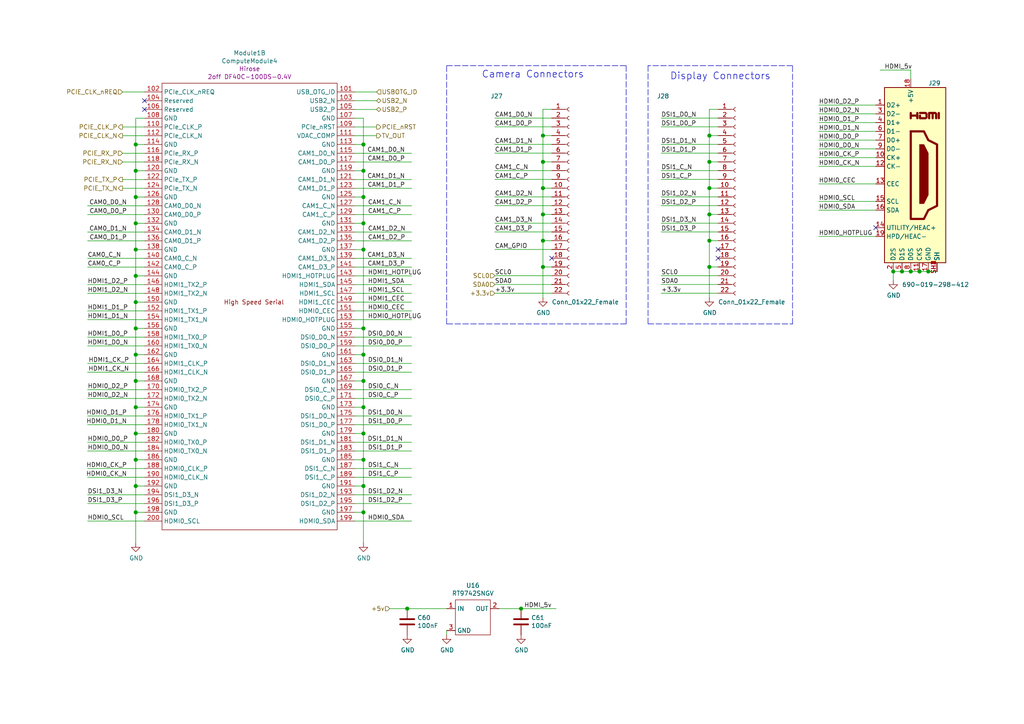
<source format=kicad_sch>
(kicad_sch (version 20210621) (generator eeschema)
  (paper "A4")
  (title_block (title "Compute Module 4 IO Board - CM4 - Highspeed") (rev "1") (company "(c) Raspberry Pi Trading 2020") (comment 1 "www.raspberrypi.org"))
  (lib_symbols
    (symbol "CM4IO:ComputeModule4-CM4"
      (property "Reference" "Module" (at 113.03 -68.58 0))
      (property "Value" "ComputeModule4-CM4" (at 140.97 2.54 0))
      (property "Field4" "Hirose" (at 0 0 0))
      (property "Field5" "2x DF40C-100DS-0.4V" (at 0 -2.54 0))
      (symbol "ComputeModule4-CM4_1_0"
        (text "GPIO" (at 0 6.35 0) (effects (font (size 1.27 1.27))))
      )
      (symbol "ComputeModule4-CM4_1_1"
        (rectangle (start -30.48 -71.12) (end 25.4 58.42))
        (text "600mA Max" (at -8.89 -53.34 0) (effects (font (size 1.27 1.27))))
        (text "600mA Max" (at -8.89 -48.26 0) (effects (font (size 1.27 1.27))))
        (text "NB SD signals are only available" (at -1.27 -27.94 0) (effects (font (size 1.27 1.27))))
        (text "on modules without eMMC" (at -1.27 -30.48 0) (effects (font (size 1.27 1.27))))
        (pin power_in line (at 27.94 55.88 180) (length 2.54) (name "GND") (number "1"))
        (pin passive line (at -33.02 45.72 0) (length 2.54) (name "Ethernet_Pair0_N") (number "10"))
        (pin output line (at -33.02 -68.58 0) (length 2.54) (name "nEXTRST") (number "100"))
        (pin passive line (at 27.94 43.18 180) (length 2.54) (name "Ethernet_Pair2_P") (number "11"))
        (pin passive line (at -33.02 43.18 0) (length 2.54) (name "Ethernet_Pair0_P") (number "12"))
        (pin power_in line (at 27.94 40.64 180) (length 2.54) (name "GND") (number "13"))
        (pin power_in line (at -33.02 40.64 0) (length 2.54) (name "GND") (number "14"))
        (pin output line (at 27.94 38.1 180) (length 2.54) (name "Ethernet_nLED3(3.3v)") (number "15"))
        (pin input line (at -33.02 38.1 0) (length 2.54) (name "Ethernet_SYNC_IN(1.8v)") (number "16"))
        (pin output line (at 27.94 35.56 180) (length 2.54) (name "Ethernet_nLED2(3.3v)") (number "17"))
        (pin input line (at -33.02 35.56 0) (length 2.54) (name "Ethernet_SYNC_OUT(1.8v)") (number "18"))
        (pin output line (at 27.94 33.02 180) (length 2.54) (name "Ethernet_nLED1(3.3v)") (number "19"))
        (pin power_in line (at -33.02 55.88 0) (length 2.54) (name "GND") (number "2"))
        (pin passive line (at -33.02 33.02 0) (length 2.54) (name "EEPROM_nWP") (number "20"))
        (pin open_collector line (at 27.94 30.48 180) (length 2.54) (name "PI_nLED_Activity") (number "21"))
        (pin power_in line (at -33.02 30.48 0) (length 2.54) (name "GND") (number "22"))
        (pin power_in line (at 27.94 27.94 180) (length 2.54) (name "GND") (number "23"))
        (pin passive line (at -33.02 27.94 0) (length 2.54) (name "GPIO26") (number "24"))
        (pin passive line (at 27.94 25.4 180) (length 2.54) (name "GPIO21") (number "25"))
        (pin passive line (at -33.02 25.4 0) (length 2.54) (name "GPIO19") (number "26"))
        (pin passive line (at 27.94 22.86 180) (length 2.54) (name "GPIO20") (number "27"))
        (pin passive line (at -33.02 22.86 0) (length 2.54) (name "GPIO13") (number "28"))
        (pin passive line (at 27.94 20.32 180) (length 2.54) (name "GPIO16") (number "29"))
        (pin passive line (at 27.94 53.34 180) (length 2.54) (name "Ethernet_Pair3_P") (number "3"))
        (pin passive line (at -33.02 20.32 0) (length 2.54) (name "GPIO6") (number "30"))
        (pin passive line (at 27.94 17.78 180) (length 2.54) (name "GPIO12") (number "31"))
        (pin power_in line (at -33.02 17.78 0) (length 2.54) (name "GND") (number "32"))
        (pin power_in line (at 27.94 15.24 180) (length 2.54) (name "GND") (number "33"))
        (pin passive line (at -33.02 15.24 0) (length 2.54) (name "GPIO5") (number "34"))
        (pin passive line (at 27.94 12.7 180) (length 2.54) (name "ID_SC") (number "35"))
        (pin passive line (at -33.02 12.7 0) (length 2.54) (name "ID_SD") (number "36"))
        (pin passive line (at 27.94 10.16 180) (length 2.54) (name "GPIO7") (number "37"))
        (pin passive line (at -33.02 10.16 0) (length 2.54) (name "GPIO11") (number "38"))
        (pin passive line (at 27.94 7.62 180) (length 2.54) (name "GPIO8") (number "39"))
        (pin passive line (at -33.02 53.34 0) (length 2.54) (name "Ethernet_Pair1_P") (number "4"))
        (pin passive line (at -33.02 7.62 0) (length 2.54) (name "GPIO9") (number "40"))
        (pin passive line (at 27.94 5.08 180) (length 2.54) (name "GPIO25") (number "41"))
        (pin power_in line (at -33.02 5.08 0) (length 2.54) (name "GND") (number "42"))
        (pin power_in line (at 27.94 2.54 180) (length 2.54) (name "GND") (number "43"))
        (pin passive line (at -33.02 2.54 0) (length 2.54) (name "GPIO10") (number "44"))
        (pin passive line (at 27.94 0 180) (length 2.54) (name "GPIO24") (number "45"))
        (pin passive line (at -33.02 0 0) (length 2.54) (name "GPIO22") (number "46"))
        (pin passive line (at 27.94 -2.54 180) (length 2.54) (name "GPIO23") (number "47"))
        (pin passive line (at -33.02 -2.54 0) (length 2.54) (name "GPIO27") (number "48"))
        (pin passive line (at 27.94 -5.08 180) (length 2.54) (name "GPIO18") (number "49"))
        (pin passive line (at 27.94 50.8 180) (length 2.54) (name "Ethernet_Pair3_N") (number "5"))
        (pin passive line (at -33.02 -5.08 0) (length 2.54) (name "GPIO17") (number "50"))
        (pin passive line (at 27.94 -7.62 180) (length 2.54) (name "GPIO15") (number "51"))
        (pin power_in line (at -33.02 -7.62 0) (length 2.54) (name "GND") (number "52"))
        (pin power_in line (at 27.94 -10.16 180) (length 2.54) (name "GND") (number "53"))
        (pin passive line (at -33.02 -10.16 0) (length 2.54) (name "GPIO4") (number "54"))
        (pin passive line (at 27.94 -12.7 180) (length 2.54) (name "GPIO14") (number "55"))
        (pin passive line (at -33.02 -12.7 0) (length 2.54) (name "GPIO3") (number "56"))
        (pin passive line (at 27.94 -15.24 180) (length 2.54) (name "SD_CLK") (number "57"))
        (pin passive line (at -33.02 -15.24 0) (length 2.54) (name "GPIO2") (number "58"))
        (pin power_in line (at 27.94 -17.78 180) (length 2.54) (name "GND") (number "59"))
        (pin passive line (at -33.02 50.8 0) (length 2.54) (name "Ethernet_Pair1_N") (number "6"))
        (pin power_in line (at -33.02 -17.78 0) (length 2.54) (name "GND") (number "60"))
        (pin passive line (at 27.94 -20.32 180) (length 2.54) (name "SD_DAT3") (number "61"))
        (pin passive line (at -33.02 -20.32 0) (length 2.54) (name "SD_CMD") (number "62"))
        (pin passive line (at 27.94 -22.86 180) (length 2.54) (name "SD_DAT0") (number "63"))
        (pin passive line (at -33.02 -22.86 0) (length 2.54) (name "SD_DAT5") (number "64"))
        (pin power_in line (at 27.94 -25.4 180) (length 2.54) (name "GND") (number "65"))
        (pin power_in line (at -33.02 -25.4 0) (length 2.54) (name "GND") (number "66"))
        (pin passive line (at 27.94 -27.94 180) (length 2.54) (name "SD_DAT1") (number "67"))
        (pin passive line (at -33.02 -27.94 0) (length 2.54) (name "SD_DAT4") (number "68"))
        (pin passive line (at 27.94 -30.48 180) (length 2.54) (name "SD_DAT2") (number "69"))
        (pin power_in line (at 27.94 48.26 180) (length 2.54) (name "GND") (number "7"))
        (pin passive line (at -33.02 -30.48 0) (length 2.54) (name "SD_DAT7") (number "70"))
        (pin power_in line (at 27.94 -33.02 180) (length 2.54) (name "GND") (number "71"))
        (pin passive line (at -33.02 -33.02 0) (length 2.54) (name "SD_DAT6") (number "72"))
        (pin input line (at 27.94 -35.56 180) (length 2.54) (name "SD_VDD_Override") (number "73"))
        (pin power_in line (at -33.02 -35.56 0) (length 2.54) (name "GND") (number "74"))
        (pin output line (at 27.94 -38.1 180) (length 2.54) (name "SD_PWR_ON") (number "75"))
        (pin passive line (at -33.02 -38.1 0) (length 2.54) (name "Reserved") (number "76"))
        (pin power_in line (at 27.94 -40.64 180) (length 2.54) (name "+5v_(Input)") (number "77"))
        (pin power_in line (at -33.02 -40.64 0) (length 2.54) (name "GPIO_VREF(1.8v/3.3v_Input)") (number "78"))
        (pin power_in line (at 27.94 -43.18 180) (length 2.54) (name "+5v_(Input)") (number "79"))
        (pin power_in line (at -33.02 48.26 0) (length 2.54) (name "GND") (number "8"))
        (pin passive line (at -33.02 -43.18 0) (length 2.54) (name "SCL0") (number "80"))
        (pin power_in line (at 27.94 -45.72 180) (length 2.54) (name "+5v_(Input)") (number "81"))
        (pin passive line (at -33.02 -45.72 0) (length 2.54) (name "SDA0") (number "82"))
        (pin power_in line (at 27.94 -48.26 180) (length 2.54) (name "+5v_(Input)") (number "83"))
        (pin power_out line (at -33.02 -48.26 0) (length 2.54) (name "+3.3v_(Output)") (number "84"))
        (pin power_in line (at 27.94 -50.8 180) (length 2.54) (name "+5v_(Input)") (number "85"))
        (pin power_out line (at -33.02 -50.8 0) (length 2.54) (name "+3.3v_(Output)") (number "86"))
        (pin power_in line (at 27.94 -53.34 180) (length 2.54) (name "+5v_(Input)") (number "87"))
        (pin power_out line (at -33.02 -53.34 0) (length 2.54) (name "+1.8v_(Output)") (number "88"))
        (pin power_in line (at 27.94 -55.88 180) (length 2.54) (name "WiFi_nDisable") (number "89"))
        (pin passive line (at 27.94 45.72 180) (length 2.54) (name "Ethernet_Pair2_N") (number "9"))
        (pin power_out line (at -33.02 -55.88 0) (length 2.54) (name "+1.8v_(Output)") (number "90"))
        (pin power_in line (at 27.94 -58.42 180) (length 2.54) (name "BT_nDisable") (number "91"))
        (pin passive line (at -33.02 -58.42 0) (length 2.54) (name "RUN_PG") (number "92"))
        (pin input line (at 27.94 -60.96 180) (length 2.54) (name "nRPIBOOT") (number "93"))
        (pin passive line (at -33.02 -60.96 0) (length 2.54) (name "AnalogIP0") (number "94"))
        (pin output line (at 27.94 -63.5 180) (length 2.54) (name "nPI_LED_PWR") (number "95"))
        (pin passive line (at -33.02 -63.5 0) (length 2.54) (name "AnalogIP1") (number "96"))
        (pin passive line (at 27.94 -66.04 180) (length 2.54) (name "Camera_GPIO") (number "97"))
        (pin power_in line (at -33.02 -66.04 0) (length 2.54) (name "GND") (number "98"))
        (pin input line (at 27.94 -68.58 180) (length 2.54) (name "Global_EN") (number "99"))
      )
      (symbol "ComputeModule4-CM4_2_1"
        (rectangle (start 114.3 -66.04) (end 165.1 63.5))
        (text "High Speed Serial" (at 140.97 0 0) (effects (font (size 1.27 1.27))))
        (pin input line (at 170.18 60.96 180) (length 5.08) (name "USB_OTG_ID") (number "101"))
        (pin input line (at 109.22 60.96 0) (length 5.08) (name "PCIe_CLK_nREQ") (number "102"))
        (pin passive line (at 170.18 58.42 180) (length 5.08) (name "USB2_N") (number "103"))
        (pin passive line (at 109.22 58.42 0) (length 5.08) (name "Reserved") (number "104"))
        (pin passive line (at 170.18 55.88 180) (length 5.08) (name "USB2_P") (number "105"))
        (pin passive line (at 109.22 55.88 0) (length 5.08) (name "Reserved") (number "106"))
        (pin power_in line (at 170.18 53.34 180) (length 5.08) (name "GND") (number "107"))
        (pin power_in line (at 109.22 53.34 0) (length 5.08) (name "GND") (number "108"))
        (pin bidirectional line (at 170.18 50.8 180) (length 5.08) (name "PCIe_nRST") (number "109"))
        (pin output line (at 109.22 50.8 0) (length 5.08) (name "PCIe_CLK_P") (number "110"))
        (pin passive line (at 170.18 48.26 180) (length 5.08) (name "VDAC_COMP") (number "111"))
        (pin output line (at 109.22 48.26 0) (length 5.08) (name "PCIe_CLK_N") (number "112"))
        (pin power_in line (at 170.18 45.72 180) (length 5.08) (name "GND") (number "113"))
        (pin power_in line (at 109.22 45.72 0) (length 5.08) (name "GND") (number "114"))
        (pin input line (at 170.18 43.18 180) (length 5.08) (name "CAM1_D0_N") (number "115"))
        (pin input line (at 109.22 43.18 0) (length 5.08) (name "PCIe_RX_P") (number "116"))
        (pin input line (at 170.18 40.64 180) (length 5.08) (name "CAM1_D0_P") (number "117"))
        (pin input line (at 109.22 40.64 0) (length 5.08) (name "PCIe_RX_N") (number "118"))
        (pin power_in line (at 170.18 38.1 180) (length 5.08) (name "GND") (number "119"))
        (pin power_in line (at 109.22 38.1 0) (length 5.08) (name "GND") (number "120"))
        (pin input line (at 170.18 35.56 180) (length 5.08) (name "CAM1_D1_N") (number "121"))
        (pin output line (at 109.22 35.56 0) (length 5.08) (name "PCIe_TX_P") (number "122"))
        (pin input line (at 170.18 33.02 180) (length 5.08) (name "CAM1_D1_P") (number "123"))
        (pin output line (at 109.22 33.02 0) (length 5.08) (name "PCIe_TX_N") (number "124"))
        (pin power_in line (at 170.18 30.48 180) (length 5.08) (name "GND") (number "125"))
        (pin power_in line (at 109.22 30.48 0) (length 5.08) (name "GND") (number "126"))
        (pin input line (at 170.18 27.94 180) (length 5.08) (name "CAM1_C_N") (number "127"))
        (pin input line (at 109.22 27.94 0) (length 5.08) (name "CAM0_D0_N") (number "128"))
        (pin input line (at 170.18 25.4 180) (length 5.08) (name "CAM1_C_P") (number "129"))
        (pin input line (at 109.22 25.4 0) (length 5.08) (name "CAM0_D0_P") (number "130"))
        (pin power_in line (at 170.18 22.86 180) (length 5.08) (name "GND") (number "131"))
        (pin power_in line (at 109.22 22.86 0) (length 5.08) (name "GND") (number "132"))
        (pin input line (at 170.18 20.32 180) (length 5.08) (name "CAM1_D2_N") (number "133"))
        (pin input line (at 109.22 20.32 0) (length 5.08) (name "CAM0_D1_N") (number "134"))
        (pin input line (at 170.18 17.78 180) (length 5.08) (name "CAM1_D2_P") (number "135"))
        (pin input line (at 109.22 17.78 0) (length 5.08) (name "CAM0_D1_P") (number "136"))
        (pin power_in line (at 170.18 15.24 180) (length 5.08) (name "GND") (number "137"))
        (pin power_in line (at 109.22 15.24 0) (length 5.08) (name "GND") (number "138"))
        (pin input line (at 170.18 12.7 180) (length 5.08) (name "CAM1_D3_N") (number "139"))
        (pin input line (at 109.22 12.7 0) (length 5.08) (name "CAM0_C_N") (number "140"))
        (pin input line (at 170.18 10.16 180) (length 5.08) (name "CAM1_D3_P") (number "141"))
        (pin input line (at 109.22 10.16 0) (length 5.08) (name "CAM0_C_P") (number "142"))
        (pin input line (at 170.18 7.62 180) (length 5.08) (name "HDMI1_HOTPLUG") (number "143"))
        (pin power_in line (at 109.22 7.62 0) (length 5.08) (name "GND") (number "144"))
        (pin bidirectional line (at 170.18 5.08 180) (length 5.08) (name "HDMI1_SDA") (number "145"))
        (pin output line (at 109.22 5.08 0) (length 5.08) (name "HDMI1_TX2_P") (number "146"))
        (pin open_collector line (at 170.18 2.54 180) (length 5.08) (name "HDMI1_SCL") (number "147"))
        (pin output line (at 109.22 2.54 0) (length 5.08) (name "HDMI1_TX2_N") (number "148"))
        (pin open_collector line (at 170.18 0 180) (length 5.08) (name "HDMI1_CEC") (number "149"))
        (pin power_in line (at 109.22 0 0) (length 5.08) (name "GND") (number "150"))
        (pin open_collector line (at 170.18 -2.54 180) (length 5.08) (name "HDMI0_CEC") (number "151"))
        (pin output line (at 109.22 -2.54 0) (length 5.08) (name "HDMI1_TX1_P") (number "152"))
        (pin input line (at 170.18 -5.08 180) (length 5.08) (name "HDMI0_HOTPLUG") (number "153"))
        (pin output line (at 109.22 -5.08 0) (length 5.08) (name "HDMI1_TX1_N") (number "154"))
        (pin power_in line (at 170.18 -7.62 180) (length 5.08) (name "GND") (number "155"))
        (pin power_in line (at 109.22 -7.62 0) (length 5.08) (name "GND") (number "156"))
        (pin output line (at 170.18 -10.16 180) (length 5.08) (name "DSI0_D0_N") (number "157"))
        (pin output line (at 109.22 -10.16 0) (length 5.08) (name "HDMI1_TX0_P") (number "158"))
        (pin output line (at 170.18 -12.7 180) (length 5.08) (name "DSI0_D0_P") (number "159"))
        (pin output line (at 109.22 -12.7 0) (length 5.08) (name "HDMI1_TX0_N") (number "160"))
        (pin power_in line (at 170.18 -15.24 180) (length 5.08) (name "GND") (number "161"))
        (pin power_in line (at 109.22 -15.24 0) (length 5.08) (name "GND") (number "162"))
        (pin output line (at 170.18 -17.78 180) (length 5.08) (name "DSI0_D1_N") (number "163"))
        (pin output line (at 109.22 -17.78 0) (length 5.08) (name "HDMI1_CLK_P") (number "164"))
        (pin output line (at 170.18 -20.32 180) (length 5.08) (name "DSI0_D1_P") (number "165"))
        (pin output line (at 109.22 -20.32 0) (length 5.08) (name "HDMI1_CLK_N") (number "166"))
        (pin power_in line (at 170.18 -22.86 180) (length 5.08) (name "GND") (number "167"))
        (pin power_in line (at 109.22 -22.86 0) (length 5.08) (name "GND") (number "168"))
        (pin output line (at 170.18 -25.4 180) (length 5.08) (name "DSI0_C_N") (number "169"))
        (pin output line (at 109.22 -25.4 0) (length 5.08) (name "HDMI0_TX2_P") (number "170"))
        (pin output line (at 170.18 -27.94 180) (length 5.08) (name "DSI0_C_P") (number "171"))
        (pin output line (at 109.22 -27.94 0) (length 5.08) (name "HDMI0_TX2_N") (number "172"))
        (pin power_in line (at 170.18 -30.48 180) (length 5.08) (name "GND") (number "173"))
        (pin power_in line (at 109.22 -30.48 0) (length 5.08) (name "GND") (number "174"))
        (pin output line (at 170.18 -33.02 180) (length 5.08) (name "DSI1_D0_N") (number "175"))
        (pin output line (at 109.22 -33.02 0) (length 5.08) (name "HDMI0_TX1_P") (number "176"))
        (pin output line (at 170.18 -35.56 180) (length 5.08) (name "DSI1_D0_P") (number "177"))
        (pin output line (at 109.22 -35.56 0) (length 5.08) (name "HDMI0_TX1_N") (number "178"))
        (pin power_in line (at 170.18 -38.1 180) (length 5.08) (name "GND") (number "179"))
        (pin power_in line (at 109.22 -38.1 0) (length 5.08) (name "GND") (number "180"))
        (pin output line (at 170.18 -40.64 180) (length 5.08) (name "DSI1_D1_N") (number "181"))
        (pin output line (at 109.22 -40.64 0) (length 5.08) (name "HDMI0_TX0_P") (number "182"))
        (pin output line (at 170.18 -43.18 180) (length 5.08) (name "DSI1_D1_P") (number "183"))
        (pin output line (at 109.22 -43.18 0) (length 5.08) (name "HDMI0_TX0_N") (number "184"))
        (pin power_in line (at 170.18 -45.72 180) (length 5.08) (name "GND") (number "185"))
        (pin power_in line (at 109.22 -45.72 0) (length 5.08) (name "GND") (number "186"))
        (pin output line (at 170.18 -48.26 180) (length 5.08) (name "DSI1_C_N") (number "187"))
        (pin output line (at 109.22 -48.26 0) (length 5.08) (name "HDMI0_CLK_P") (number "188"))
        (pin output line (at 170.18 -50.8 180) (length 5.08) (name "DSI1_C_P") (number "189"))
        (pin output line (at 109.22 -50.8 0) (length 5.08) (name "HDMI0_CLK_N") (number "190"))
        (pin power_in line (at 170.18 -53.34 180) (length 5.08) (name "GND") (number "191"))
        (pin power_in line (at 109.22 -53.34 0) (length 5.08) (name "GND") (number "192"))
        (pin output line (at 170.18 -55.88 180) (length 5.08) (name "DSI1_D2_N") (number "193"))
        (pin output line (at 109.22 -55.88 0) (length 5.08) (name "DSI1_D3_N") (number "194"))
        (pin output line (at 170.18 -58.42 180) (length 5.08) (name "DSI1_D2_P") (number "195"))
        (pin output line (at 109.22 -58.42 0) (length 5.08) (name "DSI1_D3_P") (number "196"))
        (pin power_in line (at 170.18 -60.96 180) (length 5.08) (name "GND") (number "197"))
        (pin power_in line (at 109.22 -60.96 0) (length 5.08) (name "GND") (number "198"))
        (pin bidirectional line (at 170.18 -63.5 180) (length 5.08) (name "HDMI0_SDA") (number "199"))
        (pin open_collector line (at 109.22 -63.5 0) (length 5.08) (name "HDMI0_SCL") (number "200"))
      )
    )
    (symbol "CM4IO:HDMI_A_1.4"
      (property "Reference" "J" (at -6.35 26.67 0))
      (property "Value" "HDMI_A_1.4" (at 10.16 26.67 0))
      (symbol "HDMI_A_1.4_0_0"
        (polyline (pts (xy 8.128 16.51) (xy 8.128 18.034)) (stroke (width 0.635)))
        (polyline (pts (xy 0 16.51) (xy 0 18.034) (xy 0 17.272) (xy 1.905 17.272) (xy 1.905 18.034) (xy 1.905 16.51)) (stroke (width 0.635)))
        (polyline (pts (xy 2.667 18.034) (xy 4.318 18.034) (xy 4.572 17.78) (xy 4.572 16.764) (xy 4.318 16.51) (xy 2.667 16.51) (xy 2.667 17.272)) (stroke (width 0.635)))
        (pin passive line (at 7.62 -27.94 90) (length 2.54) (name "SH") (number "SH2"))
        (pin passive line (at 7.62 -27.94 90) (length 2.54) (name "SH") (number "SH3"))
        (pin passive line (at 7.62 -27.94 90) (length 2.54) (name "SH") (number "SH4"))
      )
      (symbol "HDMI_A_1.4_0_1"
        (rectangle (start -7.62 25.4) (end 10.16 -25.4) (stroke (width 0.254)) (fill (type background)))
        (polyline (pts (xy 2.54 8.89) (xy 3.81 8.89) (xy 5.08 6.35) (xy 5.08 -5.715) (xy 3.81 -8.255) (xy 2.54 -8.255) (xy 2.54 8.89)) (fill (type outline)))
        (polyline (pts (xy 5.334 16.51) (xy 5.334 18.034) (xy 6.35 18.034) (xy 6.35 16.51) (xy 6.35 18.034) (xy 7.112 18.034) (xy 7.366 17.78) (xy 7.366 16.51)) (stroke (width 0.635)))
        (polyline (pts (xy 0 12.7) (xy 0 -12.7) (xy 3.81 -12.7) (xy 5.08 -10.16) (xy 7.62 -8.89) (xy 7.62 8.89) (xy 5.08 10.16) (xy 3.81 12.7) (xy 0 12.7)) (stroke (width 0.635)))
      )
      (symbol "HDMI_A_1.4_1_1"
        (pin passive line (at -10.16 20.32 0) (length 2.54) (name "D2+") (number "1"))
        (pin passive line (at -10.16 5.08 0) (length 2.54) (name "CK+") (number "10"))
        (pin power_in line (at 2.54 -27.94 90) (length 2.54) (name "CKS") (number "11"))
        (pin passive line (at -10.16 2.54 0) (length 2.54) (name "CK-") (number "12"))
        (pin bidirectional line (at -10.16 -2.54 0) (length 2.54) (name "CEC") (number "13"))
        (pin passive line (at -10.16 -15.24 0) (length 2.54) (name "UTILITY/HEAC+") (number "14"))
        (pin passive line (at -10.16 -7.62 0) (length 2.54) (name "SCL") (number "15"))
        (pin bidirectional line (at -10.16 -10.16 0) (length 2.54) (name "SDA") (number "16"))
        (pin power_in line (at 5.08 -27.94 90) (length 2.54) (name "GND") (number "17"))
        (pin power_in line (at 0 27.94 270) (length 2.54) (name "+5V") (number "18"))
        (pin passive line (at -10.16 -17.78 0) (length 2.54) (name "HPD/HEAC-") (number "19"))
        (pin power_in line (at -5.08 -27.94 90) (length 2.54) (name "D2S") (number "2"))
        (pin passive line (at -10.16 17.78 0) (length 2.54) (name "D2-") (number "3"))
        (pin passive line (at -10.16 15.24 0) (length 2.54) (name "D1+") (number "4"))
        (pin power_in line (at -2.54 -27.94 90) (length 2.54) (name "D1S") (number "5"))
        (pin passive line (at -10.16 12.7 0) (length 2.54) (name "D1-") (number "6"))
        (pin passive line (at -10.16 10.16 0) (length 2.54) (name "D0+") (number "7"))
        (pin power_in line (at 0 -27.94 90) (length 2.54) (name "D0S") (number "8"))
        (pin passive line (at -10.16 7.62 0) (length 2.54) (name "D0-") (number "9"))
        (pin passive line (at 7.62 -27.94 90) (length 2.54) (name "SH") (number "SH1"))
      )
    )
    (symbol "CM4IO:RT9742SNGV"
      (property "Reference" "U" (at -2.54 7.62 0))
      (property "Value" "RT9742SNGV" (at 3.81 -5.08 0))
      (symbol "RT9742SNGV_0_1"
        (rectangle (start -2.54 6.35) (end 7.62 -3.81))
      )
      (symbol "RT9742SNGV_1_1"
        (pin power_in line (at -5.08 3.81 0) (length 2.54) (name "IN") (number "1"))
        (pin power_in line (at 10.16 3.81 180) (length 2.54) (name "OUT") (number "2"))
        (pin power_in line (at -5.08 -2.54 0) (length 2.54) (name "GND") (number "3"))
      )
    )
    (symbol "Connector:Conn_01x22_Female" (pin_names hide)
      (property "Reference" "J" (at 0 27.94 0))
      (property "Value" "Conn_01x22_Female" (at 0 -30.48 0))
      (symbol "Conn_01x22_Female_1_1"
        (arc (start 0 -27.432) (mid -0.508 -27.94) (end 0 -28.448))
        (arc (start 0 -24.892) (mid -0.508 -25.4) (end 0 -25.908))
        (arc (start 0 -22.352) (mid -0.508 -22.86) (end 0 -23.368))
        (arc (start 0 -19.812) (mid -0.508 -20.32) (end 0 -20.828))
        (arc (start 0 -17.272) (mid -0.508 -17.78) (end 0 -18.288))
        (arc (start 0 -14.732) (mid -0.508 -15.24) (end 0 -15.748))
        (arc (start 0 -12.192) (mid -0.508 -12.7) (end 0 -13.208))
        (arc (start 0 -9.652) (mid -0.508 -10.16) (end 0 -10.668))
        (arc (start 0 -7.112) (mid -0.508 -7.62) (end 0 -8.128))
        (arc (start 0 -4.572) (mid -0.508 -5.08) (end 0 -5.588))
        (arc (start 0 -2.032) (mid -0.508 -2.54) (end 0 -3.048))
        (polyline (pts (xy -1.27 -27.94) (xy -0.508 -27.94)))
        (polyline (pts (xy -1.27 -25.4) (xy -0.508 -25.4)))
        (polyline (pts (xy -1.27 -22.86) (xy -0.508 -22.86)))
        (polyline (pts (xy -1.27 -20.32) (xy -0.508 -20.32)))
        (polyline (pts (xy -1.27 -17.78) (xy -0.508 -17.78)))
        (polyline (pts (xy -1.27 -15.24) (xy -0.508 -15.24)))
        (polyline (pts (xy -1.27 -12.7) (xy -0.508 -12.7)))
        (polyline (pts (xy -1.27 -10.16) (xy -0.508 -10.16)))
        (polyline (pts (xy -1.27 -7.62) (xy -0.508 -7.62)))
        (polyline (pts (xy -1.27 -5.08) (xy -0.508 -5.08)))
        (polyline (pts (xy -1.27 -2.54) (xy -0.508 -2.54)))
        (polyline (pts (xy -1.27 0) (xy -0.508 0)))
        (polyline (pts (xy -1.27 2.54) (xy -0.508 2.54)))
        (polyline (pts (xy -1.27 5.08) (xy -0.508 5.08)))
        (polyline (pts (xy -1.27 7.62) (xy -0.508 7.62)))
        (polyline (pts (xy -1.27 10.16) (xy -0.508 10.16)))
        (polyline (pts (xy -1.27 12.7) (xy -0.508 12.7)))
        (polyline (pts (xy -1.27 15.24) (xy -0.508 15.24)))
        (polyline (pts (xy -1.27 17.78) (xy -0.508 17.78)))
        (polyline (pts (xy -1.27 20.32) (xy -0.508 20.32)))
        (polyline (pts (xy -1.27 22.86) (xy -0.508 22.86)))
        (polyline (pts (xy -1.27 25.4) (xy -0.508 25.4)))
        (arc (start 0 0.508) (mid -0.508 0) (end 0 -0.508))
        (arc (start 0 3.048) (mid -0.508 2.54) (end 0 2.032))
        (arc (start 0 5.588) (mid -0.508 5.08) (end 0 4.572))
        (arc (start 0 8.128) (mid -0.508 7.62) (end 0 7.112))
        (arc (start 0 10.668) (mid -0.508 10.16) (end 0 9.652))
        (arc (start 0 13.208) (mid -0.508 12.7) (end 0 12.192))
        (arc (start 0 15.748) (mid -0.508 15.24) (end 0 14.732))
        (arc (start 0 18.288) (mid -0.508 17.78) (end 0 17.272))
        (arc (start 0 20.828) (mid -0.508 20.32) (end 0 19.812))
        (arc (start 0 23.368) (mid -0.508 22.86) (end 0 22.352))
        (arc (start 0 25.908) (mid -0.508 25.4) (end 0 24.892))
        (pin passive line (at -5.08 25.4 0) (length 3.81) (name "Pin_1") (number "1"))
        (pin passive line (at -5.08 2.54 0) (length 3.81) (name "Pin_10") (number "10"))
        (pin passive line (at -5.08 0 0) (length 3.81) (name "Pin_11") (number "11"))
        (pin passive line (at -5.08 -2.54 0) (length 3.81) (name "Pin_12") (number "12"))
        (pin passive line (at -5.08 -5.08 0) (length 3.81) (name "Pin_13") (number "13"))
        (pin passive line (at -5.08 -7.62 0) (length 3.81) (name "Pin_14") (number "14"))
        (pin passive line (at -5.08 -10.16 0) (length 3.81) (name "Pin_15") (number "15"))
        (pin passive line (at -5.08 -12.7 0) (length 3.81) (name "Pin_16") (number "16"))
        (pin passive line (at -5.08 -15.24 0) (length 3.81) (name "Pin_17") (number "17"))
        (pin passive line (at -5.08 -17.78 0) (length 3.81) (name "Pin_18") (number "18"))
        (pin passive line (at -5.08 -20.32 0) (length 3.81) (name "Pin_19") (number "19"))
        (pin passive line (at -5.08 22.86 0) (length 3.81) (name "Pin_2") (number "2"))
        (pin passive line (at -5.08 -22.86 0) (length 3.81) (name "Pin_20") (number "20"))
        (pin passive line (at -5.08 -25.4 0) (length 3.81) (name "Pin_21") (number "21"))
        (pin passive line (at -5.08 -27.94 0) (length 3.81) (name "Pin_22") (number "22"))
        (pin passive line (at -5.08 20.32 0) (length 3.81) (name "Pin_3") (number "3"))
        (pin passive line (at -5.08 17.78 0) (length 3.81) (name "Pin_4") (number "4"))
        (pin passive line (at -5.08 15.24 0) (length 3.81) (name "Pin_5") (number "5"))
        (pin passive line (at -5.08 12.7 0) (length 3.81) (name "Pin_6") (number "6"))
        (pin passive line (at -5.08 10.16 0) (length 3.81) (name "Pin_7") (number "7"))
        (pin passive line (at -5.08 7.62 0) (length 3.81) (name "Pin_8") (number "8"))
        (pin passive line (at -5.08 5.08 0) (length 3.81) (name "Pin_9") (number "9"))
      )
    )
    (symbol "Device:C" (pin_numbers hide) (pin_names (offset 0.254))
      (property "Reference" "C" (at 0.635 2.54 0))
      (property "Value" "C" (at 0.635 -2.54 0))
      (symbol "C_0_1"
        (polyline (pts (xy -2.032 -0.762) (xy 2.032 -0.762)) (stroke (width 0.508)))
        (polyline (pts (xy -2.032 0.762) (xy 2.032 0.762)) (stroke (width 0.508)))
      )
      (symbol "C_1_1"
        (pin passive line (at 0 3.81 270) (length 2.794) (name "~") (number "1"))
        (pin passive line (at 0 -3.81 90) (length 2.794) (name "~") (number "2"))
      )
    )
    (symbol "power:GND" (power) (pin_names (offset 0))
      (property "Value" "GND" (at 0 -3.81 0))
      (symbol "GND_0_1"
        (polyline (pts (xy 0 0) (xy 0 -1.27) (xy 1.27 -1.27) (xy 0 -2.54) (xy -1.27 -1.27) (xy 0 -1.27)))
      )
      (symbol "GND_1_1"
        (pin power_in line (at 0 0 270) (length 0) hide (name "GND") (number "1"))
      )
    )
  )
  (junction (at 105.41 110.49) (diameter 1.016))
  (junction (at 118.11 176.53) (diameter 1.016))
  (junction (at 157.48 39.3323) (diameter 1.016))
  (junction (at 264.16 78.74) (diameter 1.016))
  (junction (at 157.48 69.8123) (diameter 1.016))
  (junction (at 105.41 95.25) (diameter 1.016))
  (junction (at 105.41 72.39) (diameter 1.016))
  (junction (at 39.37 80.01) (diameter 1.016))
  (junction (at 39.37 118.11) (diameter 1.016))
  (junction (at 105.41 41.91) (diameter 1.016))
  (junction (at 105.41 57.15) (diameter 1.016))
  (junction (at 105.41 148.59) (diameter 1.016))
  (junction (at 105.41 133.35) (diameter 1.016))
  (junction (at 259.08 78.74) (diameter 1.016))
  (junction (at 266.7 78.74) (diameter 1.016))
  (junction (at 205.74 69.8123) (diameter 1.016))
  (junction (at 205.74 77.4323) (diameter 1.016))
  (junction (at 105.41 125.73) (diameter 1.016))
  (junction (at 205.74 62.1923) (diameter 1.016))
  (junction (at 39.37 72.39) (diameter 1.016))
  (junction (at 39.37 125.73) (diameter 1.016))
  (junction (at 39.37 133.35) (diameter 1.016))
  (junction (at 269.24 78.74) (diameter 1.016))
  (junction (at 105.41 49.53) (diameter 1.016))
  (junction (at 39.37 110.49) (diameter 1.016))
  (junction (at 39.37 148.59) (diameter 1.016))
  (junction (at 157.48 46.9523) (diameter 1.016))
  (junction (at 151.13 176.53) (diameter 1.016))
  (junction (at 105.41 118.11) (diameter 1.016))
  (junction (at 39.37 64.77) (diameter 1.016))
  (junction (at 39.37 87.63) (diameter 1.016))
  (junction (at 39.37 57.15) (diameter 1.016))
  (junction (at 105.41 64.77) (diameter 1.016))
  (junction (at 157.48 77.4323) (diameter 1.016))
  (junction (at 39.37 49.53) (diameter 1.016))
  (junction (at 205.74 46.9523) (diameter 1.016))
  (junction (at 205.74 39.3323) (diameter 1.016))
  (junction (at 205.74 54.5723) (diameter 1.016))
  (junction (at 157.48 54.5723) (diameter 1.016))
  (junction (at 105.41 140.97) (diameter 1.016))
  (junction (at 157.48 62.1923) (diameter 1.016))
  (junction (at 39.37 95.25) (diameter 1.016))
  (junction (at 105.41 102.87) (diameter 1.016))
  (junction (at 39.37 102.87) (diameter 1.016))
  (junction (at 261.62 78.74) (diameter 1.016))
  (junction (at 39.37 140.97) (diameter 1.016))
  (junction (at 39.37 41.91) (diameter 1.016))
  (no_connect (at 208.28 72.3523))
  (no_connect (at 41.91 31.75))
  (no_connect (at 41.91 29.21))
  (no_connect (at 160.02 74.8923))
  (no_connect (at 208.28 74.8923))
  (no_connect (at 254 66.04))
  (wire (pts (xy 191.77 41.8723) (xy 208.28 41.8723)))
  (wire (pts (xy 35.56 39.37) (xy 41.91 39.37)))
  (wire (pts (xy 39.37 72.39) (xy 41.91 72.39)))
  (wire (pts (xy 41.91 62.23) (xy 25.4 62.23)))
  (wire (pts (xy 39.37 102.87) (xy 39.37 110.49)))
  (wire (pts (xy 25.4 77.47) (xy 41.91 77.47)))
  (wire (pts (xy 157.48 46.9523) (xy 160.02 46.9523)))
  (wire (pts (xy 105.41 118.11) (xy 105.41 125.73)))
  (polyline (pts (xy 187.96 19.05) (xy 187.96 93.98)) (stroke (width 0) (type dash)))
  (wire (pts (xy 39.37 64.77) (xy 39.37 72.39)))
  (wire (pts (xy 102.87 135.89) (xy 119.38 135.89)))
  (wire (pts (xy 35.56 36.83) (xy 41.91 36.83)))
  (wire (pts (xy 25.4 146.05) (xy 41.91 146.05)))
  (wire (pts (xy 102.87 29.21) (xy 109.22 29.21)))
  (wire (pts (xy 102.87 85.09) (xy 119.38 85.09)))
  (polyline (pts (xy 129.54 93.98) (xy 129.54 19.05)) (stroke (width 0) (type dash)))
  (wire (pts (xy 102.87 59.69) (xy 119.38 59.69)))
  (wire (pts (xy 39.37 148.59) (xy 39.37 157.48)))
  (wire (pts (xy 205.74 69.8123) (xy 205.74 77.4323)))
  (wire (pts (xy 105.41 95.25) (xy 105.41 102.87)))
  (wire (pts (xy 143.51 52.0323) (xy 160.02 52.0323)))
  (wire (pts (xy 25.4 151.13) (xy 41.91 151.13)))
  (wire (pts (xy 102.87 107.95) (xy 119.38 107.95)))
  (wire (pts (xy 39.37 49.53) (xy 39.37 57.15)))
  (wire (pts (xy 41.91 67.31) (xy 25.4 67.31)))
  (wire (pts (xy 144.78 176.53) (xy 151.13 176.53)))
  (wire (pts (xy 160.02 31.7123) (xy 157.48 31.7123)))
  (wire (pts (xy 157.48 77.4323) (xy 157.48 86.3223)))
  (wire (pts (xy 205.74 77.4323) (xy 205.74 86.3223)))
  (wire (pts (xy 269.24 78.74) (xy 271.78 78.74)))
  (wire (pts (xy 205.74 62.1923) (xy 205.74 69.8123)))
  (wire (pts (xy 35.56 26.67) (xy 41.91 26.67)))
  (wire (pts (xy 259.08 78.74) (xy 259.08 81.28)))
  (wire (pts (xy 25.4 100.33) (xy 41.91 100.33)))
  (wire (pts (xy 157.48 69.8123) (xy 160.02 69.8123)))
  (wire (pts (xy 160.02 82.5123) (xy 143.51 82.5123)))
  (wire (pts (xy 237.49 68.58) (xy 254 68.58)))
  (wire (pts (xy 119.38 74.93) (xy 102.87 74.93)))
  (wire (pts (xy 25.4 143.51) (xy 41.91 143.51)))
  (wire (pts (xy 105.41 72.39) (xy 105.41 95.25)))
  (wire (pts (xy 266.7 78.74) (xy 269.24 78.74)))
  (wire (pts (xy 237.49 43.18) (xy 254 43.18)))
  (wire (pts (xy 237.49 48.26) (xy 254 48.26)))
  (wire (pts (xy 205.74 77.4323) (xy 208.28 77.4323)))
  (wire (pts (xy 237.49 30.48) (xy 254 30.48)))
  (wire (pts (xy 105.41 34.29) (xy 102.87 34.29)))
  (wire (pts (xy 105.41 41.91) (xy 105.41 34.29)))
  (wire (pts (xy 157.48 39.3323) (xy 160.02 39.3323)))
  (wire (pts (xy 113.03 176.53) (xy 118.11 176.53)))
  (wire (pts (xy 102.87 80.01) (xy 119.38 80.01)))
  (wire (pts (xy 157.48 62.1923) (xy 157.48 69.8123)))
  (wire (pts (xy 102.87 110.49) (xy 105.41 110.49)))
  (wire (pts (xy 119.38 100.33) (xy 102.87 100.33)))
  (wire (pts (xy 237.49 60.96) (xy 254 60.96)))
  (wire (pts (xy 119.38 97.79) (xy 102.87 97.79)))
  (wire (pts (xy 237.49 38.1) (xy 254 38.1)))
  (wire (pts (xy 39.37 80.01) (xy 39.37 87.63)))
  (polyline (pts (xy 181.61 19.05) (xy 181.61 93.98)) (stroke (width 0) (type dash)))
  (wire (pts (xy 129.54 182.88) (xy 129.54 184.15)))
  (wire (pts (xy 119.38 52.07) (xy 102.87 52.07)))
  (wire (pts (xy 102.87 41.91) (xy 105.41 41.91)))
  (wire (pts (xy 25.4 97.79) (xy 41.91 97.79)))
  (wire (pts (xy 41.91 105.41) (xy 25.4 105.41)))
  (wire (pts (xy 205.74 54.5723) (xy 208.28 54.5723)))
  (wire (pts (xy 143.51 41.8723) (xy 160.02 41.8723)))
  (wire (pts (xy 105.41 148.59) (xy 105.41 157.48)))
  (wire (pts (xy 41.91 59.69) (xy 25.4 59.69)))
  (wire (pts (xy 102.87 105.41) (xy 119.38 105.41)))
  (wire (pts (xy 102.87 140.97) (xy 105.41 140.97)))
  (wire (pts (xy 143.51 57.1123) (xy 160.02 57.1123)))
  (wire (pts (xy 160.02 79.9723) (xy 143.51 79.9723)))
  (wire (pts (xy 105.41 140.97) (xy 105.41 148.59)))
  (wire (pts (xy 157.48 54.5723) (xy 157.48 62.1923)))
  (wire (pts (xy 191.77 52.0323) (xy 208.28 52.0323)))
  (wire (pts (xy 191.77 34.2523) (xy 208.28 34.2523)))
  (wire (pts (xy 237.49 53.34) (xy 254 53.34)))
  (wire (pts (xy 25.4 128.27) (xy 41.91 128.27)))
  (wire (pts (xy 237.49 45.72) (xy 254 45.72)))
  (wire (pts (xy 119.38 46.99) (xy 102.87 46.99)))
  (wire (pts (xy 237.49 40.64) (xy 254 40.64)))
  (wire (pts (xy 39.37 80.01) (xy 41.91 80.01)))
  (wire (pts (xy 119.38 120.65) (xy 102.87 120.65)))
  (wire (pts (xy 39.37 125.73) (xy 39.37 133.35)))
  (wire (pts (xy 143.51 59.6523) (xy 160.02 59.6523)))
  (wire (pts (xy 105.41 49.53) (xy 105.41 41.91)))
  (wire (pts (xy 25.4 130.81) (xy 41.91 130.81)))
  (wire (pts (xy 237.49 33.02) (xy 254 33.02)))
  (wire (pts (xy 205.74 46.9523) (xy 208.28 46.9523)))
  (wire (pts (xy 264.16 78.74) (xy 266.7 78.74)))
  (wire (pts (xy 143.51 49.4923) (xy 160.02 49.4923)))
  (wire (pts (xy 205.74 31.7123) (xy 205.74 39.3323)))
  (wire (pts (xy 119.38 44.45) (xy 102.87 44.45)))
  (wire (pts (xy 39.37 41.91) (xy 39.37 49.53)))
  (wire (pts (xy 41.91 44.45) (xy 35.56 44.45)))
  (wire (pts (xy 39.37 34.29) (xy 39.37 41.91)))
  (wire (pts (xy 102.87 102.87) (xy 105.41 102.87)))
  (wire (pts (xy 25.4 85.09) (xy 41.91 85.09)))
  (wire (pts (xy 41.91 69.85) (xy 25.4 69.85)))
  (wire (pts (xy 208.28 85.0523) (xy 191.77 85.0523)))
  (wire (pts (xy 102.87 67.31) (xy 119.38 67.31)))
  (wire (pts (xy 191.77 36.7923) (xy 208.28 36.7923)))
  (polyline (pts (xy 229.87 19.05) (xy 187.96 19.05)) (stroke (width 0) (type dash)))
  (wire (pts (xy 191.77 44.4123) (xy 208.28 44.4123)))
  (wire (pts (xy 39.37 87.63) (xy 39.37 95.25)))
  (wire (pts (xy 105.41 57.15) (xy 105.41 49.53)))
  (wire (pts (xy 41.91 138.43) (xy 25.4 138.43)))
  (wire (pts (xy 39.37 41.91) (xy 41.91 41.91)))
  (wire (pts (xy 102.87 31.75) (xy 109.22 31.75)))
  (wire (pts (xy 39.37 72.39) (xy 39.37 80.01)))
  (wire (pts (xy 143.51 72.3523) (xy 160.02 72.3523)))
  (wire (pts (xy 39.37 118.11) (xy 41.91 118.11)))
  (wire (pts (xy 41.91 34.29) (xy 39.37 34.29)))
  (wire (pts (xy 151.13 176.53) (xy 161.29 176.53)))
  (wire (pts (xy 102.87 125.73) (xy 105.41 125.73)))
  (wire (pts (xy 102.87 118.11) (xy 105.41 118.11)))
  (wire (pts (xy 191.77 49.4923) (xy 208.28 49.4923)))
  (wire (pts (xy 157.48 31.7123) (xy 157.48 39.3323)))
  (wire (pts (xy 205.74 39.3323) (xy 208.28 39.3323)))
  (wire (pts (xy 119.38 128.27) (xy 102.87 128.27)))
  (wire (pts (xy 105.41 125.73) (xy 105.41 133.35)))
  (wire (pts (xy 102.87 36.83) (xy 109.22 36.83)))
  (wire (pts (xy 41.91 107.95) (xy 25.4 107.95)))
  (wire (pts (xy 102.87 39.37) (xy 109.22 39.37)))
  (polyline (pts (xy 229.87 93.98) (xy 229.87 19.05)) (stroke (width 0) (type dash)))
  (wire (pts (xy 102.87 82.55) (xy 119.38 82.55)))
  (wire (pts (xy 208.28 31.7123) (xy 205.74 31.7123)))
  (wire (pts (xy 41.91 135.89) (xy 25.4 135.89)))
  (wire (pts (xy 205.74 69.8123) (xy 208.28 69.8123)))
  (wire (pts (xy 157.48 54.5723) (xy 160.02 54.5723)))
  (wire (pts (xy 205.74 46.9523) (xy 205.74 54.5723)))
  (wire (pts (xy 39.37 125.73) (xy 41.91 125.73)))
  (wire (pts (xy 39.37 140.97) (xy 39.37 148.59)))
  (polyline (pts (xy 181.61 93.9423) (xy 129.54 93.9423)) (stroke (width 0) (type dash)))
  (wire (pts (xy 208.28 82.5123) (xy 191.77 82.5123)))
  (wire (pts (xy 102.87 113.03) (xy 119.38 113.03)))
  (wire (pts (xy 191.77 67.2723) (xy 208.28 67.2723)))
  (wire (pts (xy 191.77 64.7323) (xy 208.28 64.7323)))
  (wire (pts (xy 143.51 36.7923) (xy 160.02 36.7923)))
  (wire (pts (xy 41.91 123.19) (xy 25.4 123.19)))
  (wire (pts (xy 39.37 110.49) (xy 41.91 110.49)))
  (wire (pts (xy 160.02 85.0523) (xy 143.51 85.0523)))
  (wire (pts (xy 35.56 52.07) (xy 41.91 52.07)))
  (wire (pts (xy 157.48 77.4323) (xy 160.02 77.4323)))
  (wire (pts (xy 102.87 133.35) (xy 105.41 133.35)))
  (wire (pts (xy 205.74 62.1923) (xy 208.28 62.1923)))
  (wire (pts (xy 102.87 148.59) (xy 105.41 148.59)))
  (wire (pts (xy 39.37 110.49) (xy 39.37 118.11)))
  (wire (pts (xy 157.48 62.1923) (xy 160.02 62.1923)))
  (wire (pts (xy 157.48 69.8123) (xy 157.48 77.4323)))
  (wire (pts (xy 119.38 123.19) (xy 102.87 123.19)))
  (wire (pts (xy 105.41 64.77) (xy 105.41 57.15)))
  (wire (pts (xy 143.51 44.4123) (xy 160.02 44.4123)))
  (wire (pts (xy 25.4 92.71) (xy 41.91 92.71)))
  (wire (pts (xy 102.87 146.05) (xy 119.38 146.05)))
  (wire (pts (xy 41.91 140.97) (xy 39.37 140.97)))
  (wire (pts (xy 102.87 92.71) (xy 119.38 92.71)))
  (polyline (pts (xy 187.96 93.9423) (xy 229.87 93.9423)) (stroke (width 0) (type dash)))
  (wire (pts (xy 157.48 39.3323) (xy 157.48 46.9523)))
  (wire (pts (xy 205.74 39.3323) (xy 205.74 46.9523)))
  (wire (pts (xy 41.91 148.59) (xy 39.37 148.59)))
  (wire (pts (xy 39.37 95.25) (xy 41.91 95.25)))
  (wire (pts (xy 259.08 78.74) (xy 261.62 78.74)))
  (wire (pts (xy 25.4 90.17) (xy 41.91 90.17)))
  (wire (pts (xy 143.51 64.7323) (xy 160.02 64.7323)))
  (wire (pts (xy 237.49 58.42) (xy 254 58.42)))
  (wire (pts (xy 261.62 78.74) (xy 264.16 78.74)))
  (wire (pts (xy 102.87 115.57) (xy 119.38 115.57)))
  (wire (pts (xy 105.41 110.49) (xy 105.41 118.11)))
  (wire (pts (xy 39.37 64.77) (xy 41.91 64.77)))
  (wire (pts (xy 102.87 95.25) (xy 105.41 95.25)))
  (wire (pts (xy 102.87 143.51) (xy 119.38 143.51)))
  (wire (pts (xy 39.37 87.63) (xy 41.91 87.63)))
  (wire (pts (xy 143.51 34.2523) (xy 160.02 34.2523)))
  (wire (pts (xy 109.22 26.67) (xy 102.87 26.67)))
  (wire (pts (xy 105.41 133.35) (xy 105.41 140.97)))
  (wire (pts (xy 118.11 176.53) (xy 129.54 176.53)))
  (wire (pts (xy 41.91 120.65) (xy 25.4 120.65)))
  (wire (pts (xy 102.87 69.85) (xy 119.38 69.85)))
  (wire (pts (xy 102.87 72.39) (xy 105.41 72.39)))
  (wire (pts (xy 237.49 35.56) (xy 254 35.56)))
  (wire (pts (xy 25.4 115.57) (xy 41.91 115.57)))
  (wire (pts (xy 102.87 90.17) (xy 119.38 90.17)))
  (wire (pts (xy 25.4 82.55) (xy 41.91 82.55)))
  (wire (pts (xy 191.77 59.6523) (xy 208.28 59.6523)))
  (wire (pts (xy 255.27 20.32) (xy 264.16 20.32)))
  (wire (pts (xy 41.91 46.99) (xy 35.56 46.99)))
  (wire (pts (xy 157.48 46.9523) (xy 157.48 54.5723)))
  (wire (pts (xy 25.4 113.03) (xy 41.91 113.03)))
  (wire (pts (xy 119.38 54.61) (xy 102.87 54.61)))
  (wire (pts (xy 143.51 67.2723) (xy 160.02 67.2723)))
  (wire (pts (xy 102.87 49.53) (xy 105.41 49.53)))
  (wire (pts (xy 102.87 57.15) (xy 105.41 57.15)))
  (wire (pts (xy 39.37 133.35) (xy 41.91 133.35)))
  (wire (pts (xy 35.56 54.61) (xy 41.91 54.61)))
  (wire (pts (xy 25.4 74.93) (xy 41.91 74.93)))
  (wire (pts (xy 39.37 102.87) (xy 41.91 102.87)))
  (wire (pts (xy 119.38 130.81) (xy 102.87 130.81)))
  (wire (pts (xy 39.37 95.25) (xy 39.37 102.87)))
  (wire (pts (xy 205.74 54.5723) (xy 205.74 62.1923)))
  (wire (pts (xy 39.37 118.11) (xy 39.37 125.73)))
  (wire (pts (xy 191.77 57.1123) (xy 208.28 57.1123)))
  (wire (pts (xy 102.87 151.13) (xy 119.38 151.13)))
  (wire (pts (xy 208.28 79.9723) (xy 191.77 79.9723)))
  (wire (pts (xy 39.37 49.53) (xy 41.91 49.53)))
  (wire (pts (xy 102.87 64.77) (xy 105.41 64.77)))
  (wire (pts (xy 102.87 87.63) (xy 119.38 87.63)))
  (polyline (pts (xy 129.54 19.05) (xy 181.61 19.05)) (stroke (width 0) (type dash)))
  (wire (pts (xy 102.87 138.43) (xy 119.38 138.43)))
  (wire (pts (xy 102.87 62.23) (xy 119.38 62.23)))
  (wire (pts (xy 39.37 57.15) (xy 39.37 64.77)))
  (wire (pts (xy 264.16 20.32) (xy 264.16 22.86)))
  (wire (pts (xy 105.41 102.87) (xy 105.41 110.49)))
  (wire (pts (xy 105.41 72.39) (xy 105.41 64.77)))
  (wire (pts (xy 39.37 57.15) (xy 41.91 57.15)))
  (wire (pts (xy 119.38 77.47) (xy 102.87 77.47)))
  (wire (pts (xy 39.37 133.35) (xy 39.37 140.97)))
  (text "Camera Connectors" (at 139.7 22.86 0) (effects (font (size 2.0066 2.0066)) (justify left bottom)))
  (text "Display Connectors" (at 194.31 23.368 0) (effects (font (size 2.0066 2.0066)) (justify left bottom)))
  (label "CAM0_D0_N" (at 36.83 59.69 180))
  (label "CAM1_D1_N" (at 143.51 41.8723 0))
  (label "HDMI0_CK_P" (at 237.49 45.72 0))
  (label "DSI0_D0_N" (at 116.84 97.79 180))
  (label "CAM1_D0_P" (at 143.51 36.7923 0))
  (label "CAM1_D1_N" (at 117.475 52.07 180))
  (label "SDA0" (at 143.51 82.5123 0))
  (label "HDMI0_CK_N" (at 36.83 138.43 180))
  (label "DSI0_D1_P" (at 106.68 107.95 0))
  (label "+3.3v" (at 191.77 85.0523 0))
  (label "CAM1_D0_N" (at 143.51 34.2523 0))
  (label "HDMI0_CK_P" (at 36.83 135.89 180))
  (label "SCL0" (at 143.51 79.9723 0))
  (label "SCL0" (at 191.77 79.9723 0))
  (label "DSI1_D1_N" (at 116.84 128.27 180))
  (label "CAM0_C_N" (at 25.4 74.93 0))
  (label "DSI1_C_N" (at 191.77 49.4923 0))
  (label "CAM1_D2_P" (at 143.51 59.6523 0))
  (label "HDMI1_D2_P" (at 25.4 82.55 0))
  (label "HDMI1_SDA" (at 106.68 82.55 0))
  (label "CAM0_D1_N" (at 36.83 67.31 180))
  (label "HDMI0_CEC" (at 106.68 90.17 0))
  (label "HDMI1_D2_N" (at 25.4 85.09 0))
  (label "CAM1_C_N" (at 106.68 59.69 0))
  (label "HDMI0_D1_P" (at 36.83 120.65 180))
  (label "CAM1_D3_N" (at 143.51 64.7323 0))
  (label "DSI1_D3_P" (at 191.77 67.2723 0))
  (label "CAM1_D0_N" (at 117.475 44.45 180))
  (label "HDMI0_SCL" (at 25.4 151.13 0))
  (label "DSI1_D3_P" (at 25.4 146.05 0))
  (label "HDMI1_CK_P" (at 37.465 105.41 180))
  (label "HDMI1_D1_P" (at 25.4 90.17 0))
  (label "HDMI0_D0_N" (at 237.49 43.18 0))
  (label "CAM_GPIO" (at 143.51 72.3523 0))
  (label "DSI1_D0_P" (at 191.77 36.7923 0))
  (label "HDMI1_D1_N" (at 25.4 92.71 0))
  (label "CAM1_C_P" (at 143.51 52.0323 0))
  (label "HDMI0_HOTPLUG" (at 237.49 68.58 0))
  (label "CAM1_D2_N" (at 106.68 67.31 0))
  (label "HDMI0_D0_P" (at 25.4 128.27 0))
  (label "HDMI0_D0_N" (at 25.4 130.81 0))
  (label "HDMI0_D1_N" (at 36.83 123.19 180))
  (label "DSI1_D1_P" (at 191.77 44.4123 0))
  (label "CAM1_D1_P" (at 117.475 54.61 180))
  (label "DSI1_D0_P" (at 116.84 123.19 180))
  (label "DSI0_D1_N" (at 106.68 105.41 0))
  (label "+3.3v" (at 143.51 85.0523 0))
  (label "SDA0" (at 191.77 82.5123 0))
  (label "HDMI_5v" (at 256.54 20.32 0))
  (label "HDMI0_CK_N" (at 237.49 48.26 0))
  (label "DSI1_D3_N" (at 25.4 143.51 0))
  (label "DSI1_D2_N" (at 191.77 57.1123 0))
  (label "DSI0_D0_P" (at 116.84 100.33 180))
  (label "DSI1_D1_P" (at 116.84 130.81 180))
  (label "HDMI0_SCL" (at 237.49 58.42 0))
  (label "CAM1_C_N" (at 143.51 49.4923 0))
  (label "CAM1_D3_N" (at 117.475 74.93 180))
  (label "HDMI0_D0_P" (at 237.49 40.64 0))
  (label "HDMI0_D2_N" (at 237.49 33.02 0))
  (label "DSI1_D2_N" (at 106.68 143.51 0))
  (label "HDMI0_D2_P" (at 237.49 30.48 0))
  (label "CAM1_D1_P" (at 143.51 44.4123 0))
  (label "HDMI1_D0_P" (at 25.4 97.79 0))
  (label "HDMI1_CK_N" (at 37.465 107.95 180))
  (label "HDMI0_D1_P" (at 237.49 35.56 0))
  (label "DSI0_C_N" (at 106.68 113.03 0))
  (label "DSI1_D2_P" (at 191.77 59.6523 0))
  (label "HDMI_5v" (at 160.02 176.53 180))
  (label "CAM1_D2_N" (at 143.51 57.1123 0))
  (label "HDMI0_CEC" (at 237.49 53.34 0))
  (label "CAM0_D1_P" (at 36.83 69.85 180))
  (label "CAM1_D0_P" (at 117.475 46.99 180))
  (label "HDMI1_SCL" (at 106.68 85.09 0))
  (label "DSI1_D0_N" (at 191.77 34.2523 0))
  (label "DSI1_C_P" (at 191.77 52.0323 0))
  (label "DSI1_D0_N" (at 116.84 120.65 180))
  (label "DSI0_C_P" (at 106.68 115.57 0))
  (label "HDMI0_HOTPLUG" (at 106.68 92.71 0))
  (label "HDMI0_D1_N" (at 237.49 38.1 0))
  (label "DSI1_C_P" (at 106.68 138.43 0))
  (label "HDMI1_HOTPLUG" (at 106.68 80.01 0))
  (label "CAM1_C_P" (at 106.68 62.23 0))
  (label "HDMI0_SDA" (at 237.49 60.96 0))
  (label "HDMI1_D0_N" (at 25.4 100.33 0))
  (label "DSI1_C_N" (at 106.68 135.89 0))
  (label "CAM0_D0_P" (at 36.83 62.23 180))
  (label "HDMI0_D2_P" (at 25.4 113.03 0))
  (label "CAM1_D3_P" (at 117.475 77.47 180))
  (label "CAM1_D3_P" (at 143.51 67.2723 0))
  (label "DSI1_D2_P" (at 106.68 146.05 0))
  (label "HDMI0_D2_N" (at 25.4 115.57 0))
  (label "DSI1_D3_N" (at 191.77 64.7323 0))
  (label "HDMI0_SDA" (at 106.68 151.13 0))
  (label "DSI1_D1_N" (at 191.77 41.8723 0))
  (label "CAM0_C_P" (at 25.4 77.47 0))
  (label "CAM1_D2_P" (at 106.68 69.85 0))
  (label "HDMI1_CEC" (at 106.68 87.63 0))
  (hierarchical_label "SCL0" (shape input) (at 143.51 79.9723 180))
  (hierarchical_label "PCIE_TX_P" (shape output) (at 35.56 52.07 180))
  (hierarchical_label "PCIE_nRST" (shape output) (at 109.22 36.83 0))
  (hierarchical_label "+5v" (shape input) (at 113.03 176.53 180))
  (hierarchical_label "TV_OUT" (shape output) (at 109.22 39.37 0))
  (hierarchical_label "+3.3v" (shape input) (at 143.51 85.0523 180))
  (hierarchical_label "PCIE_CLK_P" (shape output) (at 35.56 36.83 180))
  (hierarchical_label "PCIE_CLK_N" (shape output) (at 35.56 39.37 180))
  (hierarchical_label "PCIE_RX_P" (shape input) (at 35.56 44.45 180))
  (hierarchical_label "SDA0" (shape input) (at 143.51 82.5123 180))
  (hierarchical_label "PCIE_TX_N" (shape output) (at 35.56 54.61 180))
  (hierarchical_label "USB2_P" (shape bidirectional) (at 109.22 31.75 0))
  (hierarchical_label "PCIE_CLK_nREQ" (shape input) (at 35.56 26.67 180))
  (hierarchical_label "PCIE_RX_N" (shape input) (at 35.56 46.99 180))
  (hierarchical_label "USB2_N" (shape bidirectional) (at 109.22 29.21 0))
  (hierarchical_label "USBOTG_ID" (shape input) (at 109.22 26.67 0))
  (symbol (lib_id "power:GND") (at 259.08 81.28 0) (unit 1)
    (property "Reference" "#PWR096" (effects hide))
    (property "Value" "GND" (at 259.207 85.6742 0))
  )
  (symbol (lib_id "power:GND") (at 105.41 157.48 0) (unit 1)
    (property "Reference" "#PWR090" (effects hide))
    (property "Value" "GND" (at 105.537 161.8742 0))
  )
  (symbol (lib_id "power:GND") (at 39.37 157.48 0) (unit 1)
    (property "Reference" "#PWR089" (effects hide))
    (property "Value" "GND" (at 39.497 161.8742 0))
  )
  (symbol (lib_id "power:GND") (at 157.48 86.3223 0) (unit 1)
    (property "Reference" "#PWR094" (effects hide))
    (property "Value" "GND" (at 157.607 90.7165 0))
  )
  (symbol (lib_id "power:GND") (at 205.74 86.3223 0) (unit 1)
    (property "Reference" "#PWR095" (effects hide))
    (property "Value" "GND" (at 205.867 90.7165 0))
  )
  (symbol (lib_id "Connector:Conn_01x22_Female") (at 165.1 57.1123 0) (unit 1)
    (property "Reference" "J27" (at 142.24 27.9023 0) (effects (justify left)))
    (property "Value" "Conn_01x22_Female" (at 160.02 87.5923 0) (effects (justify left)))
    (property "Footprint" "Connector_FFC-FPC:Hirose_FH12-22S-0.5SH_1x22-1MP_P0.50mm_Horizontal" (effects hide))
    (property "Datasheet" "https://www.hirose.com/product/document?clcode=&productname=&series=FH12&documenttype=Catalog&lang=en&documentid=D31648_en" (effects hide))
    (property "Field4" "Mouser" (effects hide))
    (property "Field5" "798-FH12-22S-0.5SH55" (effects hide))
    (property "Field6" "FH12-22S-0.5SH55" (effects hide))
    (property "Field7" "Hirose" (effects hide))
    (property "Part Description" "22 Position FFC, FPC Connector Contacts, Bottom 0.020\" (0.50mm) Surface Mount, Right Angle" (effects hide))
  )
  (symbol (lib_id "Connector:Conn_01x22_Female") (at 213.36 57.1123 0) (unit 1)
    (property "Reference" "J28" (at 190.5 27.9023 0) (effects (justify left)))
    (property "Value" "Conn_01x22_Female" (at 208.28 87.5923 0) (effects (justify left)))
    (property "Footprint" "Connector_FFC-FPC:Hirose_FH12-22S-0.5SH_1x22-1MP_P0.50mm_Horizontal" (effects hide))
    (property "Datasheet" "https://www.hirose.com/product/document?clcode=&productname=&series=FH12&documenttype=Catalog&lang=en&documentid=D31648_en" (effects hide))
    (property "Field4" "Mouser" (effects hide))
    (property "Field5" "798-FH12-22S-0.5SH55" (effects hide))
    (property "Field6" "FH12-22S-0.5SH55" (effects hide))
    (property "Field7" "Hirose" (effects hide))
    (property "Part Description" "22 Position FFC, FPC Connector Contacts, Bottom 0.020\" (0.50mm) Surface Mount, Right Angle" (effects hide))
  )
  (symbol (lib_id "CM4IO:HDMI_A_1.4") (at 264.16 50.8 0) (unit 1)
    (property "Reference" "J29" (at 269.24 24.13 0) (effects (justify left)))
    (property "Value" "690-019-298-412" (at 261.62 82.55 0) (effects (justify left)))
    (property "Footprint" "Connector_HDMI:HDMI_Micro-D_Molex_46765-2x0x" (effects hide))
    (property "Datasheet" "https://www.tme.eu/Document/f15dffbcfad8545e17826f72d36911c8/206A-SEAN-R03.pdf" (effects hide))
    (property "Field4" "Farnell" (effects hide))
    (property "Field5" "2614936" (effects hide))
    (property "Field6" "690-019-298-412" (effects hide))
    (property "Field7" "EDAC" (effects hide))
    (property "Part Description" "HDMI Connector, Right Angle, 19 Contacts, Receptacle, Surface Mount, Surface Mount Right Angle" (effects hide))
    (property "Field8" "UCON00802" (effects hide))
  )
  (symbol (lib_id "Device:C") (at 151.13 180.34 0) (unit 1)
    (property "Reference" "C61" (at 154.051 179.1716 0) (effects (justify left)))
    (property "Value" "100nF" (at 154.051 181.483 0) (effects (justify left)))
    (property "Footprint" "Capacitor_SMD:C_0402_1005Metric" (effects hide))
    (property "Datasheet" "https://search.murata.co.jp/Ceramy/image/img/A01X/G101/ENG/GRM155R71C104KA88-01.pdf" (effects hide))
    (property "Field4" "Farnell" (effects hide))
    (property "Field5" "2611911" (effects hide))
    (property "Field6" "RM EMK105 B7104KV-F" (effects hide))
    (property "Field7" "TAIYO YUDEN EUROPE GMBH" (effects hide))
    (property "Part Description" "	0.1uF 10% 16V Ceramic Capacitor X7R 0402 (1005 Metric)" (effects hide))
    (property "Field8" "110091611" (effects hide))
  )
  (symbol (lib_id "Device:C") (at 118.11 180.34 0) (unit 1)
    (property "Reference" "C60" (at 121.031 179.1716 0) (effects (justify left)))
    (property "Value" "100nF" (at 121.031 181.483 0) (effects (justify left)))
    (property "Footprint" "Capacitor_SMD:C_0402_1005Metric" (effects hide))
    (property "Datasheet" "https://search.murata.co.jp/Ceramy/image/img/A01X/G101/ENG/GRM155R71C104KA88-01.pdf" (effects hide))
    (property "Field4" "Farnell" (effects hide))
    (property "Field5" "2611911" (effects hide))
    (property "Field6" "RM EMK105 B7104KV-F" (effects hide))
    (property "Field7" "TAIYO YUDEN EUROPE GMBH" (effects hide))
    (property "Part Description" "	0.1uF 10% 16V Ceramic Capacitor X7R 0402 (1005 Metric)" (effects hide))
    (property "Field8" "110091611" (effects hide))
  )
  (symbol (lib_id "CM4IO:RT9742SNGV") (at 134.62 180.34 0) (unit 1)
    (property "Reference" "U16" (at 137.16 169.799 0))
    (property "Value" "RT9742SNGV" (at 137.16 172.1104 0))
    (property "Footprint" "Package_TO_SOT_SMD:SOT-23" (effects hide))
    (property "Datasheet" "https://www.richtek.com/assets/product_file/RT9742/DS9742-09.pdf" (effects hide))
    (property "Field4" "Farnell" (effects hide))
    (property "Field5" "2575555" (effects hide))
    (property "Field6" "RT9742SNGV" (effects hide))
    (property "Field7" "RichTek" (effects hide))
    (property "Part Description" "Power Switch/Driver 1:1 N-Channel 500mA SOT-23-3" (effects hide))
    (property "Field8" "USWI00155" (effects hide))
  )
  (symbol (lib_id "power:GND") (at 151.13 184.15 0) (unit 1)
    (property "Reference" "#PWR093" (effects hide))
    (property "Value" "GND" (at 151.257 188.5442 0))
  )
  (symbol (lib_id "power:GND") (at 118.11 184.15 0) (unit 1)
    (property "Reference" "#PWR091" (effects hide))
    (property "Value" "GND" (at 118.237 188.5442 0))
  )
  (symbol (lib_id "power:GND") (at 129.54 184.15 0) (unit 1)
    (property "Reference" "#PWR092" (effects hide))
    (property "Value" "GND" (at 129.667 188.5442 0))
  )
  (symbol (lib_id "CM4IO:ComputeModule4-CM4") (at -67.31 87.63 0) (unit 2)
    (property "Reference" "Module1" (at 72.39 15.367 0))
    (property "Value" "ComputeModule4" (at 72.39 17.6784 0))
    (property "Footprint" "CM4IO:Raspberry-Pi-4-Compute-Module" (effects hide))
    (property "Field4" "Hirose" (at 72.39 19.9644 0))
    (property "Field5" "2off DF40C-100DS-0.4V" (at 72.39 22.2758 0))
    (property "Field6" "2off DF40C-100DS-0.4V" (effects hide))
    (property "Field7" "Hirose" (effects hide))
    (property "Part Description" "	100 Position Connector Receptacle, Center Strip Contacts Surface Mount Gold" (effects hide))
  )
)
</source>
